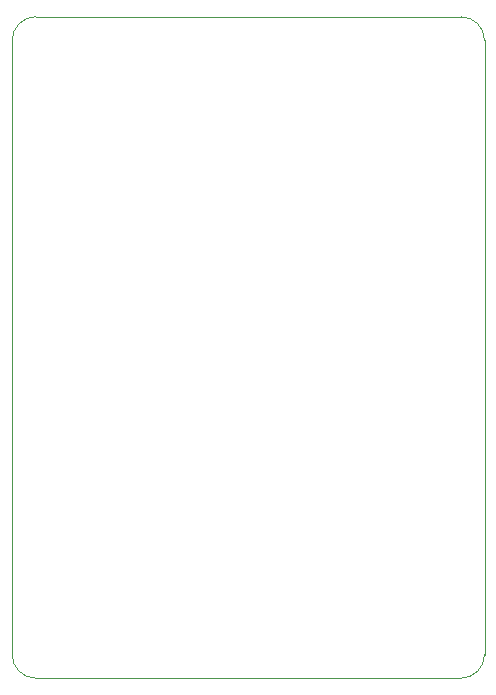
<source format=gbr>
%TF.GenerationSoftware,KiCad,Pcbnew,9.0.4*%
%TF.CreationDate,2025-12-12T14:24:18+03:00*%
%TF.ProjectId,mini_power_logger,6d696e69-5f70-46f7-9765-725f6c6f6767,rev?*%
%TF.SameCoordinates,Original*%
%TF.FileFunction,Profile,NP*%
%FSLAX46Y46*%
G04 Gerber Fmt 4.6, Leading zero omitted, Abs format (unit mm)*
G04 Created by KiCad (PCBNEW 9.0.4) date 2025-12-12 14:24:18*
%MOMM*%
%LPD*%
G01*
G04 APERTURE LIST*
%TA.AperFunction,Profile*%
%ADD10C,0.050000*%
%TD*%
G04 APERTURE END LIST*
D10*
X160000000Y-107900000D02*
G75*
G02*
X158000000Y-105900000I0J2000000D01*
G01*
X198000000Y-53900000D02*
X198000000Y-105900000D01*
X158000000Y-53900000D02*
G75*
G02*
X160000000Y-51900000I2000000J0D01*
G01*
X158000000Y-105900000D02*
X158000000Y-53900000D01*
X160000000Y-51900000D02*
X196000000Y-51900000D01*
X196000000Y-107900000D02*
X160000000Y-107900000D01*
X196000000Y-51900000D02*
G75*
G02*
X198000000Y-53900000I0J-2000000D01*
G01*
X198000000Y-105900000D02*
G75*
G02*
X196000000Y-107900000I-2000000J0D01*
G01*
M02*

</source>
